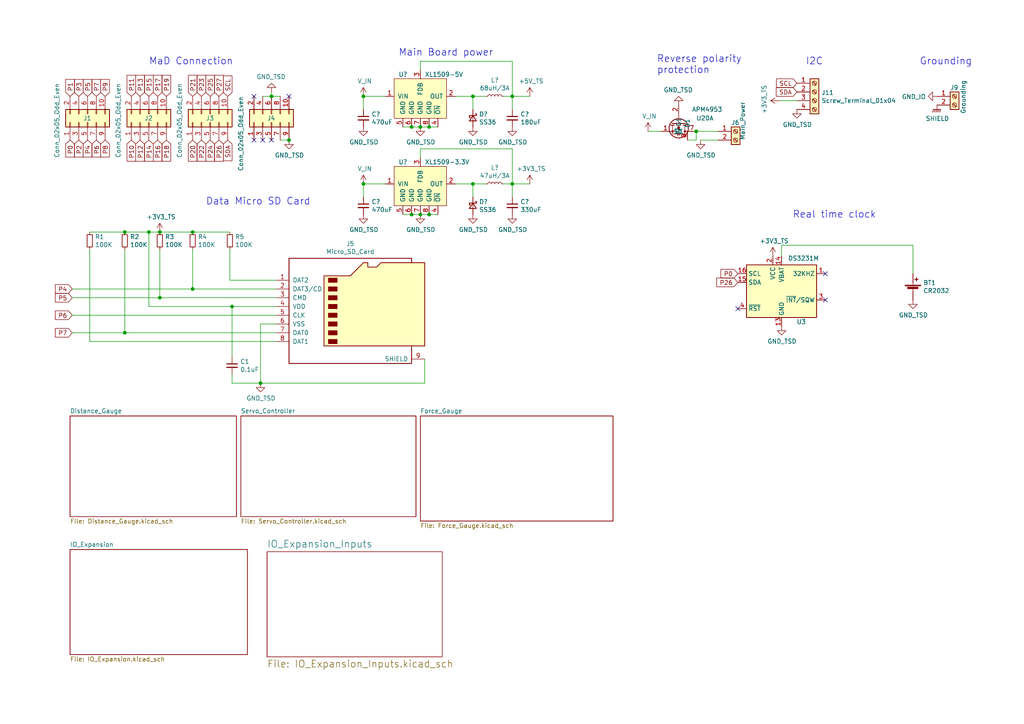
<source format=kicad_sch>
(kicad_sch (version 20211123) (generator eeschema)
  (paper "A4")
  (title_block (title "Tensile Board") (date "2021-02-23") (rev "1"))
  (lib_symbols
    (symbol "Connector:Micro_SD_Card" (pin_names (offset 1.016))
      (property "Reference" "J" (at -16.51 15.24 0))
      (property "Value" "Micro_SD_Card" (at 16.51 15.24 0))
      (symbol "Micro_SD_Card_0_1"
        (rectangle (start -7.62 -9.525) (end -5.08 -10.795) (fill (type outline)))
        (rectangle (start -7.62 -6.985) (end -5.08 -8.255) (fill (type outline)))
        (rectangle (start -7.62 -4.445) (end -5.08 -5.715) (fill (type outline)))
        (rectangle (start -7.62 -1.905) (end -5.08 -3.175) (fill (type outline)))
        (rectangle (start -7.62 0.635) (end -5.08 -0.635) (fill (type outline)))
        (rectangle (start -7.62 3.175) (end -5.08 1.905) (fill (type outline)))
        (rectangle (start -7.62 5.715) (end -5.08 4.445) (fill (type outline)))
        (rectangle (start -7.62 8.255) (end -5.08 6.985) (fill (type outline)))
        (polyline (pts (xy 16.51 12.7) (xy 16.51 13.97) (xy -19.05 13.97) (xy -19.05 -16.51) (xy 16.51 -16.51) (xy 16.51 -11.43)) (stroke (width 0.254)))
        (polyline (pts (xy -8.89 -11.43) (xy -8.89 8.89) (xy -1.27 8.89) (xy 2.54 12.7) (xy 3.81 12.7) (xy 3.81 11.43) (xy 6.35 11.43) (xy 7.62 12.7) (xy 20.32 12.7) (xy 20.32 -11.43) (xy -8.89 -11.43)) (stroke (width 0.254)) (fill (type background)))
      )
      (symbol "Micro_SD_Card_1_1"
        (pin bidirectional line (at -22.86 7.62 0) (length 3.81) (name "DAT2") (number "1"))
        (pin bidirectional line (at -22.86 5.08 0) (length 3.81) (name "DAT3/CD") (number "2"))
        (pin input line (at -22.86 2.54 0) (length 3.81) (name "CMD") (number "3"))
        (pin power_in line (at -22.86 0 0) (length 3.81) (name "VDD") (number "4"))
        (pin input line (at -22.86 -2.54 0) (length 3.81) (name "CLK") (number "5"))
        (pin power_in line (at -22.86 -5.08 0) (length 3.81) (name "VSS") (number "6"))
        (pin bidirectional line (at -22.86 -7.62 0) (length 3.81) (name "DAT0") (number "7"))
        (pin bidirectional line (at -22.86 -10.16 0) (length 3.81) (name "DAT1") (number "8"))
        (pin passive line (at 20.32 -15.24 180) (length 3.81) (name "SHIELD") (number "9"))
      )
    )
    (symbol "Connector:Screw_Terminal_01x02" (pin_names (offset 1.016) hide)
      (property "Reference" "J" (at 0 2.54 0))
      (property "Value" "Screw_Terminal_01x02" (at 0 -5.08 0))
      (symbol "Screw_Terminal_01x02_1_1"
        (rectangle (start -1.27 1.27) (end 1.27 -3.81) (stroke (width 0.254)) (fill (type background)))
        (circle (center 0 -2.54) (radius 0.635) (stroke (width 0.1524)))
        (polyline (pts (xy -0.5334 -2.2098) (xy 0.3302 -3.048)) (stroke (width 0.1524)))
        (polyline (pts (xy -0.5334 0.3302) (xy 0.3302 -0.508)) (stroke (width 0.1524)))
        (polyline (pts (xy -0.3556 -2.032) (xy 0.508 -2.8702)) (stroke (width 0.1524)))
        (polyline (pts (xy -0.3556 0.508) (xy 0.508 -0.3302)) (stroke (width 0.1524)))
        (circle (center 0 0) (radius 0.635) (stroke (width 0.1524)))
        (pin passive line (at -5.08 0 0) (length 3.81) (name "Pin_1") (number "1"))
        (pin passive line (at -5.08 -2.54 0) (length 3.81) (name "Pin_2") (number "2"))
      )
    )
    (symbol "Connector:Screw_Terminal_01x04" (pin_names (offset 1.016) hide)
      (property "Reference" "J" (at 0 5.08 0))
      (property "Value" "Screw_Terminal_01x04" (at 0 -7.62 0))
      (symbol "Screw_Terminal_01x04_1_1"
        (rectangle (start -1.27 3.81) (end 1.27 -6.35) (stroke (width 0.254)) (fill (type background)))
        (circle (center 0 -5.08) (radius 0.635) (stroke (width 0.1524)))
        (circle (center 0 -2.54) (radius 0.635) (stroke (width 0.1524)))
        (polyline (pts (xy -0.5334 -4.7498) (xy 0.3302 -5.588)) (stroke (width 0.1524)))
        (polyline (pts (xy -0.5334 -2.2098) (xy 0.3302 -3.048)) (stroke (width 0.1524)))
        (polyline (pts (xy -0.5334 0.3302) (xy 0.3302 -0.508)) (stroke (width 0.1524)))
        (polyline (pts (xy -0.5334 2.8702) (xy 0.3302 2.032)) (stroke (width 0.1524)))
        (polyline (pts (xy -0.3556 -4.572) (xy 0.508 -5.4102)) (stroke (width 0.1524)))
        (polyline (pts (xy -0.3556 -2.032) (xy 0.508 -2.8702)) (stroke (width 0.1524)))
        (polyline (pts (xy -0.3556 0.508) (xy 0.508 -0.3302)) (stroke (width 0.1524)))
        (polyline (pts (xy -0.3556 3.048) (xy 0.508 2.2098)) (stroke (width 0.1524)))
        (circle (center 0 0) (radius 0.635) (stroke (width 0.1524)))
        (circle (center 0 2.54) (radius 0.635) (stroke (width 0.1524)))
        (pin passive line (at -5.08 2.54 0) (length 3.81) (name "Pin_1") (number "1"))
        (pin passive line (at -5.08 0 0) (length 3.81) (name "Pin_2") (number "2"))
        (pin passive line (at -5.08 -2.54 0) (length 3.81) (name "Pin_3") (number "3"))
        (pin passive line (at -5.08 -5.08 0) (length 3.81) (name "Pin_4") (number "4"))
      )
    )
    (symbol "Connector_Generic:Conn_02x05_Odd_Even" (pin_names (offset 1.016) hide)
      (property "Reference" "J" (at 1.27 7.62 0))
      (property "Value" "Conn_02x05_Odd_Even" (at 1.27 -7.62 0))
      (symbol "Conn_02x05_Odd_Even_1_1"
        (rectangle (start -1.27 -4.953) (end 0 -5.207) (stroke (width 0.1524)))
        (rectangle (start -1.27 -2.413) (end 0 -2.667) (stroke (width 0.1524)))
        (rectangle (start -1.27 0.127) (end 0 -0.127) (stroke (width 0.1524)))
        (rectangle (start -1.27 2.667) (end 0 2.413) (stroke (width 0.1524)))
        (rectangle (start -1.27 5.207) (end 0 4.953) (stroke (width 0.1524)))
        (rectangle (start -1.27 6.35) (end 3.81 -6.35) (stroke (width 0.254)) (fill (type background)))
        (rectangle (start 3.81 -4.953) (end 2.54 -5.207) (stroke (width 0.1524)))
        (rectangle (start 3.81 -2.413) (end 2.54 -2.667) (stroke (width 0.1524)))
        (rectangle (start 3.81 0.127) (end 2.54 -0.127) (stroke (width 0.1524)))
        (rectangle (start 3.81 2.667) (end 2.54 2.413) (stroke (width 0.1524)))
        (rectangle (start 3.81 5.207) (end 2.54 4.953) (stroke (width 0.1524)))
        (pin passive line (at -5.08 5.08 0) (length 3.81) (name "Pin_1") (number "1"))
        (pin passive line (at 7.62 -5.08 180) (length 3.81) (name "Pin_10") (number "10"))
        (pin passive line (at 7.62 5.08 180) (length 3.81) (name "Pin_2") (number "2"))
        (pin passive line (at -5.08 2.54 0) (length 3.81) (name "Pin_3") (number "3"))
        (pin passive line (at 7.62 2.54 180) (length 3.81) (name "Pin_4") (number "4"))
        (pin passive line (at -5.08 0 0) (length 3.81) (name "Pin_5") (number "5"))
        (pin passive line (at 7.62 0 180) (length 3.81) (name "Pin_6") (number "6"))
        (pin passive line (at -5.08 -2.54 0) (length 3.81) (name "Pin_7") (number "7"))
        (pin passive line (at 7.62 -2.54 180) (length 3.81) (name "Pin_8") (number "8"))
        (pin passive line (at -5.08 -5.08 0) (length 3.81) (name "Pin_9") (number "9"))
      )
    )
    (symbol "Device:Battery_Cell" (pin_numbers hide) (pin_names (offset 0) hide)
      (property "Reference" "BT" (at 2.54 2.54 0))
      (property "Value" "Battery_Cell" (at 2.54 0 0))
      (symbol "Battery_Cell_0_1"
        (rectangle (start -2.286 1.778) (end 2.286 1.524) (fill (type outline)))
        (rectangle (start -1.5748 1.1938) (end 1.4732 0.6858) (fill (type outline)))
        (polyline (pts (xy 0 0.762) (xy 0 0)))
        (polyline (pts (xy 0 1.778) (xy 0 2.54)))
        (polyline (pts (xy 0.508 3.429) (xy 1.524 3.429)) (stroke (width 0.254)))
        (polyline (pts (xy 1.016 3.937) (xy 1.016 2.921)) (stroke (width 0.254)))
      )
      (symbol "Battery_Cell_1_1"
        (pin passive line (at 0 5.08 270) (length 2.54) (name "+") (number "1"))
        (pin passive line (at 0 -2.54 90) (length 2.54) (name "-") (number "2"))
      )
    )
    (symbol "Device:C_Small" (pin_numbers hide) (pin_names (offset 0.254) hide)
      (property "Reference" "C" (at 0.254 1.778 0))
      (property "Value" "C_Small" (at 0.254 -2.032 0))
      (symbol "C_Small_0_1"
        (polyline (pts (xy -1.524 -0.508) (xy 1.524 -0.508)) (stroke (width 0.3302)))
        (polyline (pts (xy -1.524 0.508) (xy 1.524 0.508)) (stroke (width 0.3048)))
      )
      (symbol "C_Small_1_1"
        (pin passive line (at 0 2.54 270) (length 2.032) (name "~") (number "1"))
        (pin passive line (at 0 -2.54 90) (length 2.032) (name "~") (number "2"))
      )
    )
    (symbol "Device:D_Schottky_Small" (pin_numbers hide) (pin_names (offset 0.254) hide)
      (property "Reference" "D" (at -1.27 2.032 0))
      (property "Value" "D_Schottky_Small" (at -7.112 -2.032 0))
      (symbol "D_Schottky_Small_0_1"
        (polyline (pts (xy -0.762 0) (xy 0.762 0)))
        (polyline (pts (xy 0.762 -1.016) (xy -0.762 0) (xy 0.762 1.016) (xy 0.762 -1.016)) (stroke (width 0.254)))
        (polyline (pts (xy -1.27 0.762) (xy -1.27 1.016) (xy -0.762 1.016) (xy -0.762 -1.016) (xy -0.254 -1.016) (xy -0.254 -0.762)) (stroke (width 0.254)))
      )
      (symbol "D_Schottky_Small_1_1"
        (pin passive line (at -2.54 0 0) (length 1.778) (name "K") (number "1"))
        (pin passive line (at 2.54 0 180) (length 1.778) (name "A") (number "2"))
      )
    )
    (symbol "Device:L_Small" (pin_numbers hide) (pin_names (offset 0.254) hide)
      (property "Reference" "L" (at 0.762 1.016 0))
      (property "Value" "L_Small" (at 0.762 -1.016 0))
      (symbol "L_Small_0_1"
        (arc (start 0 -2.032) (mid 0.508 -1.524) (end 0 -1.016))
        (arc (start 0 -1.016) (mid 0.508 -0.508) (end 0 0))
        (arc (start 0 0) (mid 0.508 0.508) (end 0 1.016))
        (arc (start 0 1.016) (mid 0.508 1.524) (end 0 2.032))
      )
      (symbol "L_Small_1_1"
        (pin passive line (at 0 2.54 270) (length 0.508) (name "~") (number "1"))
        (pin passive line (at 0 -2.54 90) (length 0.508) (name "~") (number "2"))
      )
    )
    (symbol "Device:R_Small" (pin_numbers hide) (pin_names (offset 0.254) hide)
      (property "Reference" "R" (at 0.762 0.508 0))
      (property "Value" "R_Small" (at 0.762 -1.016 0))
      (symbol "R_Small_0_1"
        (rectangle (start -0.762 1.778) (end 0.762 -1.778) (stroke (width 0.2032)))
      )
      (symbol "R_Small_1_1"
        (pin passive line (at 0 2.54 270) (length 0.762) (name "~") (number "1"))
        (pin passive line (at 0 -2.54 90) (length 0.762) (name "~") (number "2"))
      )
    )
    (symbol "Tensile_Board:+3.3V_TS" (power) (pin_names (offset 0))
      (property "Value" "+3.3V_TS" (at 0 3.556 0))
      (symbol "+3.3V_TS_0_1"
        (polyline (pts (xy -0.762 1.27) (xy 0 2.54)))
        (polyline (pts (xy 0 0) (xy 0 2.54)))
        (polyline (pts (xy 0 2.54) (xy 0.762 1.27)))
      )
      (symbol "+3.3V_TS_1_1"
        (pin power_in line (at 0 0 90) (length 0) hide (name "+3V3_TS") (number "1"))
      )
    )
    (symbol "Tensile_Board:+5V_TS" (power) (pin_names (offset 0))
      (property "Value" "+5V_TS" (at 0 3.556 0))
      (symbol "+5V_TS_0_1"
        (polyline (pts (xy -0.762 1.27) (xy 0 2.54)))
        (polyline (pts (xy 0 0) (xy 0 2.54)))
        (polyline (pts (xy 0 2.54) (xy 0.762 1.27)))
      )
      (symbol "+5V_TS_1_1"
        (pin power_in line (at 0 0 90) (length 0) hide (name "+5V_TS") (number "1"))
      )
    )
    (symbol "Tensile_Board:APM4953" (pin_names (offset 1.016))
      (property "Reference" "U" (at 3.81 0 0))
      (property "Value" "APM4953" (at 6.35 -2.54 0))
      (symbol "APM4953_1_1"
        (circle (center -0.889 0) (radius 2.794) (stroke (width 0.254)))
        (circle (center 0 -1.778) (radius 0.254) (fill (type outline)))
        (polyline (pts (xy -2.286 0) (xy -5.08 0)))
        (polyline (pts (xy -2.286 1.905) (xy -2.286 -1.905)) (stroke (width 0.254)))
        (polyline (pts (xy -1.778 -1.27) (xy -1.778 -2.286)) (stroke (width 0.254)))
        (polyline (pts (xy -1.778 0.508) (xy -1.778 -0.508)) (stroke (width 0.254)))
        (polyline (pts (xy -1.778 2.286) (xy -1.778 1.27)) (stroke (width 0.254)))
        (polyline (pts (xy 0 2.54) (xy 0 1.778)))
        (polyline (pts (xy 0 -2.54) (xy 0 0) (xy -1.778 0)))
        (polyline (pts (xy -1.778 1.778) (xy 0.762 1.778) (xy 0.762 -1.778) (xy -1.778 -1.778)))
        (polyline (pts (xy -0.254 0) (xy -1.27 0.381) (xy -1.27 -0.381) (xy -0.254 0)) (fill (type outline)))
        (polyline (pts (xy 0.254 -0.508) (xy 0.381 -0.381) (xy 1.143 -0.381) (xy 1.27 -0.254)))
        (polyline (pts (xy 0.762 -0.381) (xy 0.381 0.254) (xy 1.143 0.254) (xy 0.762 -0.381)))
        (circle (center 0 1.778) (radius 0.254) (fill (type outline)))
        (pin passive line (at 0 -5.08 90) (length 2.54) (name "S1") (number "1"))
        (pin input line (at -7.62 0 0) (length 2.54) (name "G1") (number "2"))
        (pin passive line (at 0 5.08 270) (length 2.54) (name "D1") (number "7"))
        (pin passive line (at 2.54 2.54 180) (length 2.54) (name "D1") (number "8"))
      )
      (symbol "APM4953_2_1"
        (circle (center -0.889 0) (radius 2.794) (stroke (width 0.254)))
        (circle (center 0 -1.778) (radius 0.254) (fill (type outline)))
        (polyline (pts (xy -2.286 0) (xy -5.08 0)))
        (polyline (pts (xy -2.286 1.905) (xy -2.286 -1.905)) (stroke (width 0.254)))
        (polyline (pts (xy -1.778 -1.27) (xy -1.778 -2.286)) (stroke (width 0.254)))
        (polyline (pts (xy -1.778 0.508) (xy -1.778 -0.508)) (stroke (width 0.254)))
        (polyline (pts (xy -1.778 2.286) (xy -1.778 1.27)) (stroke (width 0.254)))
        (polyline (pts (xy 0 2.54) (xy 0 1.778)))
        (polyline (pts (xy 0 -2.54) (xy 0 0) (xy -1.778 0)))
        (polyline (pts (xy -1.778 1.778) (xy 0.762 1.778) (xy 0.762 -1.778) (xy -1.778 -1.778)))
        (polyline (pts (xy -0.254 0) (xy -1.27 0.381) (xy -1.27 -0.381) (xy -0.254 0)) (fill (type outline)))
        (polyline (pts (xy 0.254 -0.508) (xy 0.381 -0.381) (xy 1.143 -0.381) (xy 1.27 -0.254)))
        (polyline (pts (xy 0.762 -0.381) (xy 0.381 0.254) (xy 1.143 0.254) (xy 0.762 -0.381)))
        (circle (center 0 1.778) (radius 0.254) (fill (type outline)))
        (pin passive line (at 0 -5.08 90) (length 2.54) (name "S2") (number "3"))
        (pin input line (at -7.62 0 0) (length 2.54) (name "G2") (number "4"))
        (pin passive line (at 0 5.08 270) (length 2.54) (name "D2") (number "5"))
        (pin passive line (at 2.54 2.54 180) (length 2.54) (name "D2") (number "6"))
      )
    )
    (symbol "Tensile_Board:GND_IO" (power) (pin_names (offset 0))
      (property "Value" "GND_IO" (at 0 -3.81 0))
      (symbol "GND_IO_0_1"
        (polyline (pts (xy 0 0) (xy 0 -1.27) (xy 1.27 -1.27) (xy 0 -2.54) (xy -1.27 -1.27) (xy 0 -1.27)))
      )
      (symbol "GND_IO_1_1"
        (pin power_in line (at 0 0 270) (length 0) hide (name "GND_IO") (number "1"))
      )
    )
    (symbol "Tensile_Board:GND_TSD" (power) (pin_names (offset 0))
      (property "Value" "GND_TSD" (at 0 -3.81 0))
      (symbol "GND_TSD_0_1"
        (polyline (pts (xy 0 0) (xy 0 -1.27) (xy 1.27 -1.27) (xy 0 -2.54) (xy -1.27 -1.27) (xy 0 -1.27)))
      )
      (symbol "GND_TSD_1_1"
        (pin power_in line (at 0 0 270) (length 0) hide (name "GND_TSD") (number "1"))
      )
    )
    (symbol "Tensile_Board:SHIELD" (power) (pin_names (offset 0))
      (property "Value" "SHIELD" (at 0 -3.302 0))
      (symbol "SHIELD_0_1"
        (polyline (pts (xy 0 -1.27) (xy 0 0)))
        (polyline (pts (xy -1.016 -1.27) (xy -1.27 -2.032) (xy -1.27 -2.032)) (stroke (width 0.2032)))
        (polyline (pts (xy -0.508 -1.27) (xy -0.762 -2.032) (xy -0.762 -2.032)) (stroke (width 0.2032)))
        (polyline (pts (xy 0 -1.27) (xy -0.254 -2.032) (xy -0.254 -2.032)) (stroke (width 0.2032)))
        (polyline (pts (xy 0.508 -1.27) (xy 0.254 -2.032) (xy 0.254 -2.032)) (stroke (width 0.2032)))
        (polyline (pts (xy 1.016 -1.27) (xy -1.016 -1.27) (xy -1.016 -1.27)) (stroke (width 0.2032)))
        (polyline (pts (xy 1.016 -1.27) (xy 0.762 -2.032) (xy 0.762 -2.032) (xy 0.762 -2.032)) (stroke (width 0.2032)))
      )
      (symbol "SHIELD_1_1"
        (pin power_in line (at 0 0 270) (length 0) hide (name "SHIELD") (number "1"))
      )
    )
    (symbol "Tensile_Board:V_IN" (power) (pin_names (offset 0))
      (property "Value" "V_IN" (at 0 3.556 0))
      (symbol "V_IN_0_1"
        (polyline (pts (xy -0.762 1.27) (xy 0 2.54)))
        (polyline (pts (xy 0 0) (xy 0 2.54)))
        (polyline (pts (xy 0 2.54) (xy 0.762 1.27)))
      )
      (symbol "V_IN_1_1"
        (pin power_in line (at 0 0 90) (length 0) hide (name "V_IN") (number "1"))
      )
    )
    (symbol "Tensile_Board:XL1509" (pin_names (offset 1.016))
      (property "Reference" "U" (at -6.35 6.35 0))
      (property "Value" "XL1509" (at 3.81 6.35 0))
      (symbol "XL1509_0_1"
        (rectangle (start -7.62 5.08) (end 7.62 -6.35) (fill (type background)))
      )
      (symbol "XL1509_1_1"
        (pin input line (at -10.16 0 0) (length 2.54) (name "VIN") (number "1"))
        (pin input line (at 10.16 0 180) (length 2.54) (name "OUT") (number "2"))
        (pin input line (at 0 7.62 270) (length 2.54) (name "FDB") (number "3"))
        (pin input line (at 5.08 -8.89 90) (length 2.54) (name "~{ON}") (number "4"))
        (pin input line (at -5.08 -8.89 90) (length 2.54) (name "GND") (number "5"))
        (pin input line (at -2.54 -8.89 90) (length 2.54) (name "GND") (number "6"))
        (pin input line (at 0 -8.89 90) (length 2.54) (name "GND") (number "7"))
        (pin input line (at 2.54 -8.89 90) (length 2.54) (name "GND") (number "8"))
      )
    )
    (symbol "Timer_RTC:DS3231M"
      (property "Reference" "U" (at -7.62 8.89 0))
      (property "Value" "DS3231M" (at 10.16 8.89 0))
      (symbol "DS3231M_0_1"
        (rectangle (start -10.16 7.62) (end 10.16 -7.62) (stroke (width 0.254)) (fill (type background)))
      )
      (symbol "DS3231M_1_1"
        (pin open_collector line (at 12.7 5.08 180) (length 2.54) (name "32KHZ") (number "1"))
        (pin passive line (at 0 -10.16 90) (length 2.54) hide (name "GND") (number "10"))
        (pin passive line (at 0 -10.16 90) (length 2.54) hide (name "GND") (number "11"))
        (pin passive line (at 0 -10.16 90) (length 2.54) hide (name "GND") (number "12"))
        (pin power_in line (at 0 -10.16 90) (length 2.54) (name "GND") (number "13"))
        (pin power_in line (at 0 10.16 270) (length 2.54) (name "VBAT") (number "14"))
        (pin bidirectional line (at -12.7 2.54 0) (length 2.54) (name "SDA") (number "15"))
        (pin input line (at -12.7 5.08 0) (length 2.54) (name "SCL") (number "16"))
        (pin power_in line (at -2.54 10.16 270) (length 2.54) (name "VCC") (number "2"))
        (pin open_collector line (at 12.7 -2.54 180) (length 2.54) (name "~{INT}/SQW") (number "3"))
        (pin bidirectional line (at -12.7 -5.08 0) (length 2.54) (name "~{RST}") (number "4"))
        (pin passive line (at 0 -10.16 90) (length 2.54) hide (name "GND") (number "5"))
        (pin passive line (at 0 -10.16 90) (length 2.54) hide (name "GND") (number "6"))
        (pin passive line (at 0 -10.16 90) (length 2.54) hide (name "GND") (number "7"))
        (pin passive line (at 0 -10.16 90) (length 2.54) hide (name "GND") (number "8"))
        (pin passive line (at 0 -10.16 90) (length 2.54) hide (name "GND") (number "9"))
      )
    )
  )
  (junction (at 201.93 38.1))
  (junction (at 83.82 40.64))
  (junction (at 124.46 36.83))
  (junction (at 105.41 27.94))
  (junction (at 105.41 53.34))
  (junction (at 36.195 67.31))
  (junction (at 78.74 27.94))
  (junction (at 75.565 111.125))
  (junction (at 121.92 36.83))
  (junction (at 67.31 88.9))
  (junction (at 148.59 53.34))
  (junction (at 43.18 67.31))
  (junction (at 36.195 96.52))
  (junction (at 121.92 62.23))
  (junction (at 137.16 27.94))
  (junction (at 119.38 36.83))
  (junction (at 137.16 53.34))
  (junction (at 119.38 62.23))
  (junction (at 148.59 27.94))
  (junction (at 55.88 67.31))
  (junction (at 124.46 62.23))
  (junction (at 55.88 83.82))
  (junction (at 46.355 86.36))
  (junction (at 46.355 67.31))
  (no_connect (at 239.395 79.375))
  (no_connect (at 78.74 40.64))
  (no_connect (at 73.66 27.94))
  (no_connect (at 76.2 40.64))
  (no_connect (at 213.995 89.535))
  (no_connect (at 239.395 86.995))
  (no_connect (at 83.82 27.94))
  (no_connect (at 73.66 40.64))
  (wire (pts (xy 132.08 27.94) (xy 137.16 27.94)))
  (wire (pts (xy 81.28 40.64) (xy 83.82 40.64)))
  (wire (pts (xy 26.035 99.06) (xy 80.01 99.06)))
  (wire (pts (xy 66.675 72.39) (xy 66.675 81.28)))
  (wire (pts (xy 80.01 88.9) (xy 67.31 88.9)))
  (wire (pts (xy 78.74 26.67) (xy 78.74 27.94)))
  (wire (pts (xy 264.795 71.12) (xy 264.795 79.375)))
  (wire (pts (xy 55.88 72.39) (xy 55.88 83.82)))
  (wire (pts (xy 66.675 81.28) (xy 80.01 81.28)))
  (wire (pts (xy 121.92 36.83) (xy 124.46 36.83)))
  (wire (pts (xy 226.06 29.21) (xy 231.14 29.21)))
  (wire (pts (xy 203.2 40.64) (xy 208.28 40.64)))
  (wire (pts (xy 132.08 53.34) (xy 137.16 53.34)))
  (wire (pts (xy 43.18 67.31) (xy 46.355 67.31)))
  (wire (pts (xy 187.96 38.1) (xy 191.77 38.1)))
  (wire (pts (xy 123.19 111.125) (xy 75.565 111.125)))
  (wire (pts (xy 121.92 62.23) (xy 124.46 62.23)))
  (wire (pts (xy 137.16 53.34) (xy 137.16 57.15)))
  (wire (pts (xy 26.035 67.31) (xy 36.195 67.31)))
  (wire (pts (xy 67.31 88.9) (xy 67.31 103.505)))
  (wire (pts (xy 55.88 83.82) (xy 20.955 83.82)))
  (wire (pts (xy 116.84 62.23) (xy 119.38 62.23)))
  (wire (pts (xy 148.59 43.18) (xy 121.92 43.18)))
  (wire (pts (xy 105.41 57.15) (xy 105.41 53.34)))
  (wire (pts (xy 55.88 83.82) (xy 80.01 83.82)))
  (wire (pts (xy 55.88 67.31) (xy 66.675 67.31)))
  (wire (pts (xy 148.59 43.18) (xy 148.59 53.34)))
  (wire (pts (xy 119.38 62.23) (xy 121.92 62.23)))
  (wire (pts (xy 105.41 27.94) (xy 111.76 27.94)))
  (wire (pts (xy 67.31 111.125) (xy 75.565 111.125)))
  (wire (pts (xy 121.92 43.18) (xy 121.92 45.72)))
  (wire (pts (xy 201.93 40.64) (xy 201.93 38.1)))
  (wire (pts (xy 199.39 40.64) (xy 201.93 40.64)))
  (wire (pts (xy 67.31 108.585) (xy 67.31 111.125)))
  (wire (pts (xy 137.16 27.94) (xy 140.97 27.94)))
  (wire (pts (xy 80.01 91.44) (xy 20.955 91.44)))
  (wire (pts (xy 78.74 27.94) (xy 81.28 27.94)))
  (wire (pts (xy 80.01 96.52) (xy 36.195 96.52)))
  (wire (pts (xy 148.59 53.34) (xy 153.67 53.34)))
  (wire (pts (xy 146.05 27.94) (xy 148.59 27.94)))
  (wire (pts (xy 148.59 17.78) (xy 121.92 17.78)))
  (wire (pts (xy 46.355 86.36) (xy 80.01 86.36)))
  (wire (pts (xy 36.195 67.31) (xy 43.18 67.31)))
  (wire (pts (xy 105.41 31.75) (xy 105.41 27.94)))
  (wire (pts (xy 124.46 62.23) (xy 127 62.23)))
  (wire (pts (xy 26.035 99.06) (xy 26.035 72.39)))
  (wire (pts (xy 148.59 17.78) (xy 148.59 27.94)))
  (wire (pts (xy 148.59 27.94) (xy 148.59 31.75)))
  (wire (pts (xy 36.195 96.52) (xy 20.955 96.52)))
  (wire (pts (xy 146.05 53.34) (xy 148.59 53.34)))
  (wire (pts (xy 43.18 88.9) (xy 43.18 67.31)))
  (wire (pts (xy 67.31 88.9) (xy 43.18 88.9)))
  (wire (pts (xy 75.565 93.98) (xy 75.565 111.125)))
  (wire (pts (xy 137.16 53.34) (xy 140.97 53.34)))
  (wire (pts (xy 46.355 86.36) (xy 20.955 86.36)))
  (wire (pts (xy 76.2 27.94) (xy 78.74 27.94)))
  (wire (pts (xy 226.695 71.12) (xy 264.795 71.12)))
  (wire (pts (xy 148.59 53.34) (xy 148.59 57.15)))
  (wire (pts (xy 201.93 38.1) (xy 208.28 38.1)))
  (wire (pts (xy 123.19 104.14) (xy 123.19 111.125)))
  (wire (pts (xy 121.92 17.78) (xy 121.92 20.32)))
  (wire (pts (xy 46.355 72.39) (xy 46.355 86.36)))
  (wire (pts (xy 137.16 27.94) (xy 137.16 31.75)))
  (wire (pts (xy 80.01 93.98) (xy 75.565 93.98)))
  (wire (pts (xy 148.59 27.94) (xy 153.67 27.94)))
  (wire (pts (xy 119.38 36.83) (xy 121.92 36.83)))
  (wire (pts (xy 116.84 36.83) (xy 119.38 36.83)))
  (wire (pts (xy 46.355 67.31) (xy 55.88 67.31)))
  (wire (pts (xy 226.695 74.295) (xy 226.695 71.12)))
  (wire (pts (xy 105.41 53.34) (xy 111.76 53.34)))
  (wire (pts (xy 36.195 96.52) (xy 36.195 72.39)))
  (wire (pts (xy 124.46 36.83) (xy 127 36.83)))
  (text "Grounding" (at 266.7 19.05 0) (effects (font (size 2.0066 2.0066)) (justify left bottom)))
  (text "I2C" (at 233.68 19.05 0) (effects (font (size 2.0066 2.0066)) (justify left bottom)))
  (text "Main Board power" (at 115.57 16.51 0) (effects (font (size 2.0066 2.0066)) (justify left bottom)))
  (text "Data Micro SD Card" (at 59.69 59.69 0) (effects (font (size 2.0066 2.0066)) (justify left bottom)))
  (text "MaD Connection" (at 43.18 19.05 0) (effects (font (size 2.0066 2.0066)) (justify left bottom)))
  (text "Real time clock" (at 229.87 63.5 0) (effects (font (size 2.0066 2.0066)) (justify left bottom)))
  (text "Reverse polarity\nprotection" (at 190.5 21.59 0) (effects (font (size 2.0066 2.0066)) (justify left bottom)))
  (global_label "P6" (shape input) (at 27.94 40.64 270) (property "Intersheet References" "${INTERSHEET_REFS}" (effects hide)))
  (global_label "P13" (shape input) (at 40.64 27.94 90) (property "Intersheet References" "${INTERSHEET_REFS}" (effects hide)))
  (global_label "P1" (shape input) (at 20.32 27.94 90) (property "Intersheet References" "${INTERSHEET_REFS}" (effects hide)))
  (global_label "P17" (shape input) (at 45.72 27.94 90) (property "Intersheet References" "${INTERSHEET_REFS}" (effects hide)))
  (global_label "P7" (shape input) (at 20.955 96.52 180) (property "Intersheet References" "${INTERSHEET_REFS}" (effects hide)))
  (global_label "P21" (shape input) (at 55.88 27.94 90) (property "Intersheet References" "${INTERSHEET_REFS}" (effects hide)))
  (global_label "P2" (shape input) (at 22.86 40.64 270) (property "Intersheet References" "${INTERSHEET_REFS}" (effects hide)))
  (global_label "P25" (shape input) (at 60.96 27.94 90) (property "Intersheet References" "${INTERSHEET_REFS}" (effects hide)))
  (global_label "P22" (shape input) (at 58.42 40.64 270) (property "Intersheet References" "${INTERSHEET_REFS}" (effects hide)))
  (global_label "P5" (shape input) (at 20.955 86.36 180) (property "Intersheet References" "${INTERSHEET_REFS}" (effects hide)))
  (global_label "P15" (shape input) (at 43.18 27.94 90) (property "Intersheet References" "${INTERSHEET_REFS}" (effects hide)))
  (global_label "P26" (shape input) (at 213.995 81.915 180) (property "Intersheet References" "${INTERSHEET_REFS}" (effects hide)))
  (global_label "SDA" (shape input) (at 231.14 26.67 180) (property "Intersheet References" "${INTERSHEET_REFS}" (effects hide)))
  (global_label "P23" (shape input) (at 58.42 27.94 90) (property "Intersheet References" "${INTERSHEET_REFS}" (effects hide)))
  (global_label "P11" (shape input) (at 38.1 27.94 90) (property "Intersheet References" "${INTERSHEET_REFS}" (effects hide)))
  (global_label "P27" (shape input) (at 63.5 27.94 90) (property "Intersheet References" "${INTERSHEET_REFS}" (effects hide)))
  (global_label "P26" (shape input) (at 63.5 40.64 270) (property "Intersheet References" "${INTERSHEET_REFS}" (effects hide)))
  (global_label "P14" (shape input) (at 43.18 40.64 270) (property "Intersheet References" "${INTERSHEET_REFS}" (effects hide)))
  (global_label "P5" (shape input) (at 25.4 27.94 90) (property "Intersheet References" "${INTERSHEET_REFS}" (effects hide)))
  (global_label "SCL" (shape input) (at 66.04 27.94 90) (property "Intersheet References" "${INTERSHEET_REFS}" (effects hide)))
  (global_label "P18" (shape input) (at 48.26 40.64 270) (property "Intersheet References" "${INTERSHEET_REFS}" (effects hide)))
  (global_label "P4" (shape input) (at 20.955 83.82 180) (property "Intersheet References" "${INTERSHEET_REFS}" (effects hide)))
  (global_label "P16" (shape input) (at 45.72 40.64 270) (property "Intersheet References" "${INTERSHEET_REFS}" (effects hide)))
  (global_label "SCL" (shape input) (at 231.14 24.13 180) (property "Intersheet References" "${INTERSHEET_REFS}" (effects hide)))
  (global_label "P12" (shape input) (at 40.64 40.64 270) (property "Intersheet References" "${INTERSHEET_REFS}" (effects hide)))
  (global_label "P9" (shape input) (at 30.48 27.94 90) (property "Intersheet References" "${INTERSHEET_REFS}" (effects hide)))
  (global_label "P24" (shape input) (at 60.96 40.64 270) (property "Intersheet References" "${INTERSHEET_REFS}" (effects hide)))
  (global_label "P20" (shape input) (at 55.88 40.64 270) (property "Intersheet References" "${INTERSHEET_REFS}" (effects hide)))
  (global_label "SDA" (shape input) (at 66.04 40.64 270) (property "Intersheet References" "${INTERSHEET_REFS}" (effects hide)))
  (global_label "P0" (shape input) (at 20.32 40.64 270) (property "Intersheet References" "${INTERSHEET_REFS}" (effects hide)))
  (global_label "P3" (shape input) (at 22.86 27.94 90) (property "Intersheet References" "${INTERSHEET_REFS}" (effects hide)))
  (global_label "P10" (shape input) (at 38.1 40.64 270) (property "Intersheet References" "${INTERSHEET_REFS}" (effects hide)))
  (global_label "P4" (shape input) (at 25.4 40.64 270) (property "Intersheet References" "${INTERSHEET_REFS}" (effects hide)))
  (global_label "P6" (shape input) (at 20.955 91.44 180) (property "Intersheet References" "${INTERSHEET_REFS}" (effects hide)))
  (global_label "P8" (shape input) (at 30.48 40.64 270) (property "Intersheet References" "${INTERSHEET_REFS}" (effects hide)))
  (global_label "P7" (shape input) (at 27.94 27.94 90) (property "Intersheet References" "${INTERSHEET_REFS}" (effects hide)))
  (global_label "P0" (shape input) (at 213.995 79.375 180) (property "Intersheet References" "${INTERSHEET_REFS}" (effects hide)))
  (global_label "P19" (shape input) (at 48.26 27.94 90) (property "Intersheet References" "${INTERSHEET_REFS}" (effects hide)))
  (symbol (lib_id "Connector_Generic:Conn_02x05_Odd_Even") (at 25.4 35.56 90) (unit 1)
    (property "Reference" "J1" (at 24.13 34.29 90) (effects (justify right)))
    (property "Value" "Conn_02x05_Odd_Even" (at 16.51 24.13 0) (effects (justify right)))
    (property "Footprint" "Connector_PinSocket_2.54mm:PinSocket_2x05_P2.54mm_Vertical" (effects hide))
    (property "Datasheet" "https://datasheet.lcsc.com/szlcsc/1810311432_Nextron-Nextronics-Engineering-Z-231011010106_C221045.pdf" (effects hide))
    (property "LCSC" "C221045" (effects hide))
    (property "Type" "EXT" (effects hide))
  )
  (symbol (lib_id "Connector_Generic:Conn_02x05_Odd_Even") (at 43.18 35.56 90) (unit 1)
    (property "Reference" "J2" (at 41.91 34.29 90) (effects (justify right)))
    (property "Value" "Conn_02x05_Odd_Even" (at 34.29 24.13 0) (effects (justify right)))
    (property "Footprint" "Connector_PinSocket_2.54mm:PinSocket_2x05_P2.54mm_Vertical" (effects hide))
    (property "Datasheet" "https://datasheet.lcsc.com/szlcsc/1810311432_Nextron-Nextronics-Engineering-Z-231011010106_C221045.pdf" (effects hide))
    (property "LCSC" "C221045" (effects hide))
    (property "Type" "EXT" (effects hide))
  )
  (symbol (lib_id "Connector_Generic:Conn_02x05_Odd_Even") (at 60.96 35.56 90) (unit 1)
    (property "Reference" "J3" (at 59.69 34.29 90) (effects (justify right)))
    (property "Value" "Conn_02x05_Odd_Even" (at 52.07 24.13 0) (effects (justify right)))
    (property "Footprint" "Connector_PinSocket_2.54mm:PinSocket_2x05_P2.54mm_Vertical" (effects hide))
    (property "Datasheet" "https://datasheet.lcsc.com/szlcsc/1810311432_Nextron-Nextronics-Engineering-Z-231011010106_C221045.pdf" (effects hide))
    (property "LCSC" "C221045" (effects hide))
    (property "Type" "EXT" (effects hide))
  )
  (symbol (lib_id "Connector_Generic:Conn_02x05_Odd_Even") (at 78.74 35.56 90) (unit 1)
    (property "Reference" "J4" (at 77.47 34.29 90) (effects (justify right)))
    (property "Value" "Conn_02x05_Odd_Even" (at 69.85 27.94 0) (effects (justify right)))
    (property "Footprint" "Connector_PinSocket_2.54mm:PinSocket_2x05_P2.54mm_Vertical" (effects hide))
    (property "Datasheet" "https://datasheet.lcsc.com/szlcsc/1810311432_Nextron-Nextronics-Engineering-Z-231011010106_C221045.pdf" (effects hide))
    (property "LCSC" "C221045" (effects hide))
    (property "Type" "EXT" (effects hide))
  )
  (symbol (lib_id "Device:Battery_Cell") (at 264.795 84.455 0) (unit 1)
    (property "Reference" "BT1" (at 267.7922 82.0166 0) (effects (justify left)))
    (property "Value" "CR2032" (at 267.7922 84.328 0) (effects (justify left)))
    (property "Footprint" "Battery:BatteryHolder_Keystone_1058_1x2032" (effects hide))
    (property "Datasheet" "https://datasheet.lcsc.com/szlcsc/1811061923_Q-J-CR2032-BS-6-1_C70377.pdf" (effects hide))
    (property "LCSC" "C70377" (effects hide))
    (property "Type" "EXT" (effects hide))
  )
  (symbol (lib_id "Tensile_Board:GND_TSD") (at 264.795 86.995 0) (unit 1)
    (property "Reference" "#PWR0113" (effects hide))
    (property "Value" "GND_TSD" (at 264.922 91.3892 0))
  )
  (symbol (lib_id "Connector:Micro_SD_Card") (at 102.87 88.9 0) (unit 1)
    (property "Reference" "J5" (at 101.6 70.6882 0))
    (property "Value" "Micro_SD_Card" (at 101.6 72.9996 0))
    (property "Footprint" "Tensile_Board:WM26501" (effects hide))
    (property "Type" "NA" (effects hide))
  )
  (symbol (lib_id "Device:R_Small") (at 66.675 69.85 0) (unit 1)
    (property "Reference" "R5" (at 68.1736 68.6816 0) (effects (justify left)))
    (property "Value" "100K" (at 68.1736 70.993 0) (effects (justify left)))
    (property "Footprint" "Resistor_SMD:R_0603_1608Metric" (effects hide))
    (property "Datasheet" "https://datasheet.lcsc.com/szlcsc/Uniroyal-Elec-0603WAF1003T5E_C25803.pdf" (effects hide))
    (property "LCSC" "C25803" (effects hide))
    (property "Type" "BASIC" (effects hide))
  )
  (symbol (lib_id "Device:R_Small") (at 55.88 69.85 0) (unit 1)
    (property "Reference" "R4" (at 57.3786 68.6816 0) (effects (justify left)))
    (property "Value" "100K" (at 57.3786 70.993 0) (effects (justify left)))
    (property "Footprint" "Resistor_SMD:R_0603_1608Metric" (effects hide))
    (property "Datasheet" "https://datasheet.lcsc.com/szlcsc/Uniroyal-Elec-0603WAF1003T5E_C25803.pdf" (effects hide))
    (property "LCSC" "C25803" (effects hide))
    (property "Type" "BASIC" (effects hide))
  )
  (symbol (lib_id "Device:R_Small") (at 46.355 69.85 0) (unit 1)
    (property "Reference" "R3" (at 47.8536 68.6816 0) (effects (justify left)))
    (property "Value" "100K" (at 47.8536 70.993 0) (effects (justify left)))
    (property "Footprint" "Resistor_SMD:R_0603_1608Metric" (effects hide))
    (property "Datasheet" "https://datasheet.lcsc.com/szlcsc/Uniroyal-Elec-0603WAF1003T5E_C25803.pdf" (effects hide))
    (property "LCSC" "C25803" (effects hide))
    (property "Type" "BASIC" (effects hide))
  )
  (symbol (lib_id "Device:R_Small") (at 36.195 69.85 0) (unit 1)
    (property "Reference" "R2" (at 37.6936 68.6816 0) (effects (justify left)))
    (property "Value" "100K" (at 37.6936 70.993 0) (effects (justify left)))
    (property "Footprint" "Resistor_SMD:R_0603_1608Metric" (effects hide))
    (property "Datasheet" "https://datasheet.lcsc.com/szlcsc/Uniroyal-Elec-0603WAF1003T5E_C25803.pdf" (effects hide))
    (property "LCSC" "C25803" (effects hide))
    (property "Type" "BASIC" (effects hide))
  )
  (symbol (lib_id "Device:R_Small") (at 26.035 69.85 0) (unit 1)
    (property "Reference" "R1" (at 27.5336 68.6816 0) (effects (justify left)))
    (property "Value" "100K" (at 27.5336 70.993 0) (effects (justify left)))
    (property "Footprint" "Resistor_SMD:R_0603_1608Metric" (effects hide))
    (property "Datasheet" "https://datasheet.lcsc.com/szlcsc/Uniroyal-Elec-0603WAF1003T5E_C25803.pdf" (effects hide))
    (property "LCSC" "C25803" (effects hide))
    (property "Type" "BASIC" (effects hide))
  )
  (symbol (lib_id "Tensile_Board:+3.3V_TS") (at 46.355 67.31 0) (unit 1)
    (property "Reference" "#PWR0114" (effects hide))
    (property "Value" "+3.3V_TS" (at 46.736 62.9158 0))
  )
  (symbol (lib_id "Tensile_Board:GND_TSD") (at 75.565 111.125 0) (unit 1)
    (property "Reference" "#PWR0115" (effects hide))
    (property "Value" "GND_TSD" (at 75.692 115.5192 0))
  )
  (symbol (lib_id "Device:C_Small") (at 67.31 106.045 0) (unit 1)
    (property "Reference" "C1" (at 69.6468 104.8766 0) (effects (justify left)))
    (property "Value" "0.1uF" (at 69.6468 107.188 0) (effects (justify left)))
    (property "Footprint" "Capacitor_SMD:C_0603_1608Metric" (effects hide))
    (property "Datasheet" "https://datasheet.lcsc.com/szlcsc/YAGEO-CC0603KRX7R9BB104_C14663.pdf" (effects hide))
    (property "LCSC" "C14663" (effects hide))
    (property "Type" "BASIC" (effects hide))
  )
  (symbol (lib_id "Timer_RTC:DS3231M") (at 226.695 84.455 0) (unit 1)
    (property "Reference" "U3" (at 232.41 93.345 0))
    (property "Value" "DS3231M" (at 233.045 74.93 0))
    (property "Footprint" "Package_SO:SOIC-16W_7.5x10.3mm_P1.27mm" (effects hide))
    (property "Datasheet" "http://datasheets.maximintegrated.com/en/ds/DS3231.pdf" (effects hide))
    (property "LCSC" "C37663" (effects hide))
    (property "Type" "BASIC" (effects hide))
  )
  (symbol (lib_id "Tensile_Board:GND_TSD") (at 226.695 94.615 0) (unit 1)
    (property "Reference" "#PWR0109" (effects hide))
    (property "Value" "GND_TSD" (at 226.822 99.0092 0))
  )
  (symbol (lib_id "Tensile_Board:GND_TSD") (at 203.2 40.64 0) (unit 1)
    (property "Reference" "#PWR0103" (effects hide))
    (property "Value" "GND_TSD" (at 203.327 45.0342 0))
  )
  (symbol (lib_id "Tensile_Board:GND_TSD") (at 196.85 30.48 180) (unit 1)
    (property "Reference" "#PWR0104" (effects hide))
    (property "Value" "GND_TSD" (at 196.723 26.0858 0))
  )
  (symbol (lib_id "Tensile_Board:V_IN") (at 187.96 38.1 0) (unit 1)
    (property "Reference" "#PWR0148" (effects hide))
    (property "Value" "V_IN" (at 188.341 33.7058 0))
  )
  (symbol (lib_id "Tensile_Board:APM4953") (at 196.85 38.1 270) (unit 1)
    (property "Reference" "U20" (at 201.93 34.29 90) (effects (justify left)))
    (property "Value" "APM4953" (at 200.66 31.75 90) (effects (justify left)))
    (property "Footprint" "Package_SO:SOP-8_3.9x4.9mm_P1.27mm" (effects hide))
    (property "Datasheet" "https://datasheet.lcsc.com/szlcsc/Anpec-Elec-APM4953KC-TRG_C20897.pdf" (effects hide))
    (property "LCSC" "C20897" (effects hide))
    (property "Type" "BASIC" (effects hide))
  )
  (symbol (lib_id "Connector:Screw_Terminal_01x04") (at 236.22 26.67 0) (unit 1)
    (property "Reference" "J11" (at 238.252 26.8732 0) (effects (justify left)))
    (property "Value" "Screw_Terminal_01x04" (at 238.252 29.1846 0) (effects (justify left)))
    (property "Footprint" "TerminalBlock_4Ucon:TerminalBlock_4Ucon_1x04_P3.50mm_Vertical" (effects hide))
    (property "Type" "NA" (effects hide))
  )
  (symbol (lib_id "Tensile_Board:+3.3V_TS") (at 226.06 29.21 90) (unit 1)
    (property "Reference" "#PWR0149" (effects hide))
    (property "Value" "+3.3V_TS" (at 221.6658 28.829 0))
  )
  (symbol (lib_id "Tensile_Board:GND_TSD") (at 231.14 31.75 0) (unit 1)
    (property "Reference" "#PWR0156" (effects hide))
    (property "Value" "GND_TSD" (at 231.267 36.1442 0))
  )
  (symbol (lib_id "Tensile_Board:+3.3V_TS") (at 224.155 74.295 0) (unit 1)
    (property "Reference" "#PWR0110" (effects hide))
    (property "Value" "+3.3V_TS" (at 224.536 69.9008 0))
  )
  (symbol (lib_id "Connector:Screw_Terminal_01x02") (at 213.36 38.1 0) (unit 1)
    (property "Reference" "J6" (at 212.09 35.56 0) (effects (justify left)))
    (property "Value" "Main_Power" (at 215.392 40.6146 90) (effects (justify left)))
    (property "Footprint" "TerminalBlock:TerminalBlock_bornier-2_P5.08mm" (effects hide))
    (property "Type" "NA" (effects hide))
  )
  (symbol (lib_id "Connector:Screw_Terminal_01x02") (at 276.86 27.94 0) (unit 1)
    (property "Reference" "J9" (at 275.59 25.4 0) (effects (justify left)))
    (property "Value" "Grounding" (at 279.4 33.02 90) (effects (justify left)))
    (property "Footprint" "TerminalBlock:TerminalBlock_bornier-2_P5.08mm" (effects hide))
    (property "Type" "NA" (effects hide))
  )
  (symbol (lib_id "Tensile_Board:SHIELD") (at 271.78 30.48 0) (unit 1)
    (property "Reference" "#PWR0163" (effects hide))
    (property "Value" "SHIELD" (at 271.8816 34.3916 0))
  )
  (symbol (lib_id "Tensile_Board:GND_IO") (at 271.78 27.94 270) (unit 1)
    (property "Reference" "#PWR0164" (effects hide))
    (property "Value" "GND_IO" (at 268.5542 28.067 90) (effects (justify right)))
  )
  (symbol (lib_id "Tensile_Board:GND_TSD") (at 83.82 40.64 0) (unit 1)
    (property "Reference" "#PWR0287" (effects hide))
    (property "Value" "GND_TSD" (at 83.947 45.0342 0))
  )
  (symbol (lib_id "Tensile_Board:GND_TSD") (at 78.74 26.67 180) (unit 1)
    (property "Reference" "#PWR0289" (effects hide))
    (property "Value" "GND_TSD" (at 78.613 22.2758 0))
  )
  (symbol (lib_id "Tensile_Board:XL1509") (at 121.92 27.94 0) (unit 1)
    (property "Reference" "U?" (at 115.57 21.59 0) (effects (justify left)))
    (property "Value" "XL1509-5V" (at 123.19 21.59 0) (effects (justify left)))
    (property "LCSC" "C61063" (effects hide))
    (property "Type" "BASIC" (effects hide))
  )
  (symbol (lib_id "Tensile_Board:V_IN") (at 105.41 27.94 0) (unit 1)
    (property "Reference" "#PWR?" (effects hide))
    (property "Value" "V_IN" (at 105.791 23.5458 0))
  )
  (symbol (lib_id "Device:C_Small") (at 105.41 34.29 0) (unit 1)
    (property "Reference" "C?" (at 107.7468 33.1216 0) (effects (justify left)))
    (property "Value" "470uF" (at 107.7468 35.433 0) (effects (justify left)))
    (property "Type" "NA" (effects hide))
    (property "DIGIKEY" "399-18277-1-ND" (effects hide))
  )
  (symbol (lib_id "Tensile_Board:GND_TSD") (at 105.41 36.83 0) (unit 1)
    (property "Reference" "#PWR?" (effects hide))
    (property "Value" "GND_TSD" (at 105.537 41.2242 0))
  )
  (symbol (lib_id "Tensile_Board:GND_TSD") (at 121.92 36.83 0) (unit 1)
    (property "Reference" "#PWR?" (effects hide))
    (property "Value" "GND_TSD" (at 122.047 41.2242 0))
  )
  (symbol (lib_id "Device:D_Schottky_Small") (at 137.16 34.29 270) (unit 1)
    (property "Reference" "D?" (at 138.938 33.1216 90) (effects (justify left)))
    (property "Value" "SS36" (at 138.938 35.433 90) (effects (justify left)))
    (property "LCSC" "C35722" (effects hide))
    (property "Type" "BASIC" (effects hide))
  )
  (symbol (lib_id "Device:C_Small") (at 148.59 34.29 0) (unit 1)
    (property "Reference" "C?" (at 150.9268 33.1216 0) (effects (justify left)))
    (property "Value" "180uF" (at 150.9268 35.433 0) (effects (justify left)))
    (property "Type" "NA" (effects hide))
    (property "DIGIKEY" "1189-2158-ND" (effects hide))
  )
  (symbol (lib_id "Device:L_Small") (at 143.51 27.94 90) (unit 1)
    (property "Reference" "L?" (at 143.51 23.241 90))
    (property "Value" "68uH/3A" (at 143.51 25.5524 90))
    (property "LCSC" "C497902 " (effects hide))
    (property "Type" "EXT" (effects hide))
  )
  (symbol (lib_id "Tensile_Board:GND_TSD") (at 137.16 36.83 0) (unit 1)
    (property "Reference" "#PWR?" (effects hide))
    (property "Value" "GND_TSD" (at 137.287 41.2242 0))
  )
  (symbol (lib_id "Tensile_Board:GND_TSD") (at 148.59 36.83 0) (unit 1)
    (property "Reference" "#PWR?" (effects hide))
    (property "Value" "GND_TSD" (at 148.717 41.2242 0))
  )
  (symbol (lib_id "Tensile_Board:+5V_TS") (at 153.67 27.94 0) (unit 1)
    (property "Reference" "#PWR?" (effects hide))
    (property "Value" "+5V_TS" (at 154.051 23.5458 0))
  )
  (symbol (lib_id "Tensile_Board:GND_TSD") (at 148.59 62.23 0) (unit 1)
    (property "Reference" "#PWR?" (effects hide))
    (property "Value" "GND_TSD" (at 148.717 66.6242 0))
  )
  (symbol (lib_id "Tensile_Board:GND_TSD") (at 137.16 62.23 0) (unit 1)
    (property "Reference" "#PWR?" (effects hide))
    (property "Value" "GND_TSD" (at 137.287 66.6242 0))
  )
  (symbol (lib_id "Device:L_Small") (at 143.51 53.34 90) (unit 1)
    (property "Reference" "L?" (at 143.51 48.641 90))
    (property "Value" "47uH/3A" (at 143.51 50.9524 90))
    (property "LCSC" "C115409" (effects hide))
    (property "Type" "EXT" (effects hide))
  )
  (symbol (lib_id "Device:C_Small") (at 148.59 59.69 0) (unit 1)
    (property "Reference" "C?" (at 150.9268 58.5216 0) (effects (justify left)))
    (property "Value" "330uF" (at 150.9268 60.833 0) (effects (justify left)))
    (property "Type" "NA" (effects hide))
    (property "DIGIKEY" "493-11736-1-ND" (effects hide))
  )
  (symbol (lib_id "Device:D_Schottky_Small") (at 137.16 59.69 270) (unit 1)
    (property "Reference" "D?" (at 138.938 58.5216 90) (effects (justify left)))
    (property "Value" "SS36" (at 138.938 60.833 90) (effects (justify left)))
    (property "LCSC" "C35722" (effects hide))
    (property "Type" "BASIC" (effects hide))
  )
  (symbol (lib_id "Tensile_Board:GND_TSD") (at 121.92 62.23 0) (unit 1)
    (property "Reference" "#PWR?" (effects hide))
    (property "Value" "GND_TSD" (at 122.047 66.6242 0))
  )
  (symbol (lib_id "Tensile_Board:GND_TSD") (at 105.41 62.23 0) (unit 1)
    (property "Reference" "#PWR?" (effects hide))
    (property "Value" "GND_TSD" (at 105.537 66.6242 0))
  )
  (symbol (lib_id "Device:C_Small") (at 105.41 59.69 0) (unit 1)
    (property "Reference" "C?" (at 107.7468 58.5216 0) (effects (justify left)))
    (property "Value" "470uF" (at 107.7468 60.833 0) (effects (justify left)))
    (property "Type" "NA" (effects hide))
    (property "DIGIKEY" "399-18277-1-ND" (effects hide))
  )
  (symbol (lib_id "Tensile_Board:V_IN") (at 105.41 53.34 0) (unit 1)
    (property "Reference" "#PWR?" (effects hide))
    (property "Value" "V_IN" (at 105.791 48.9458 0))
  )
  (symbol (lib_id "Tensile_Board:XL1509") (at 121.92 53.34 0) (unit 1)
    (property "Reference" "U?" (at 115.57 46.99 0) (effects (justify left)))
    (property "Value" "XL1509-3.3V" (at 123.19 46.99 0) (effects (justify left)))
    (property "LCSC" "C74193 " (effects hide))
    (property "Type" "EXT" (effects hide))
  )
  (symbol (lib_id "Tensile_Board:+3.3V_TS") (at 153.67 53.34 0) (unit 1)
    (property "Reference" "#PWR?" (effects hide))
    (property "Value" "+3.3V_TS" (at 154.051 48.9458 0))
  )
  (sheet (at 20.32 120.65) (size 48.26 29.21)
    (property "Sheet name" "Distance_Gauge" (at 20.32 119.9384 0) (effects (justify left bottom)))
    (property "Sheet file" "Distance_Gauge.kicad_sch" (at 20.32 150.4446 0) (effects (justify left top)))
  )
  (sheet (at 121.92 120.65) (size 55.88 30.48)
    (property "Sheet name" "Force_Gauge" (at 121.92 119.9384 0) (effects (justify left bottom)))
    (property "Sheet file" "Force_Gauge.kicad_sch" (at 121.92 151.7146 0) (effects (justify left top)))
  )
  (sheet (at 20.32 159.385) (size 51.435 30.48)
    (property "Sheet name" "IO_Expansion" (at 20.32 158.6734 0) (effects (justify left bottom)))
    (property "Sheet file" "IO_Expansion.kicad_sch" (at 20.32 190.4496 0) (effects (justify left top)))
  )
  (sheet (at 69.85 120.65) (size 50.8 29.21)
    (property "Sheet name" "Servo_Controller" (at 69.85 119.9384 0) (effects (justify left bottom)))
    (property "Sheet file" "Servo_Controller.kicad_sch" (at 69.85 150.4446 0) (effects (justify left top)))
  )
  (sheet (at 77.47 160.02) (size 50.8 30.48)
    (property "Sheet name" "IO_Expansion_Inputs" (at 77.47 158.9401 0) (effects (font (size 2.0066 2.0066)) (justify left bottom)))
    (property "Sheet file" "IO_Expansion_Inputs.kicad_sch" (at 77.47 191.3792 0) (effects (font (size 2.0066 2.0066)) (justify left top)))
  )
)
</source>
